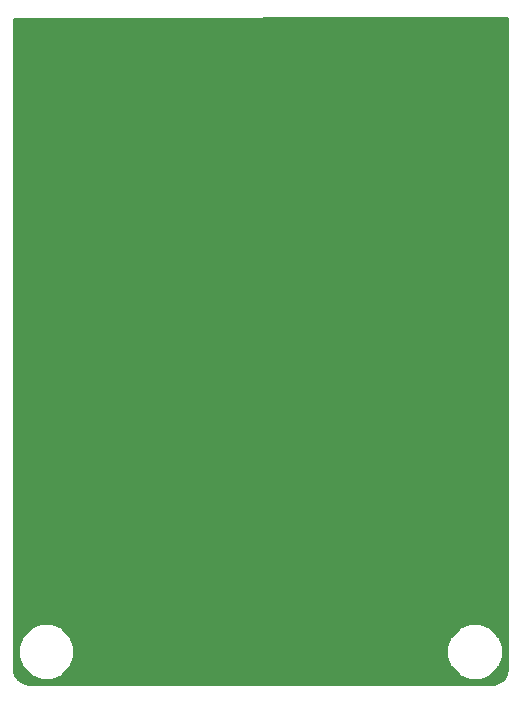
<source format=gbr>
G04 #@! TF.GenerationSoftware,KiCad,Pcbnew,5.0.2-bee76a0~70~ubuntu18.04.1*
G04 #@! TF.CreationDate,2019-01-05T09:40:10+09:00*
G04 #@! TF.ProjectId,bottom_pcb,626f7474-6f6d-45f7-9063-622e6b696361,rev?*
G04 #@! TF.SameCoordinates,Original*
G04 #@! TF.FileFunction,Copper,L2,Bot*
G04 #@! TF.FilePolarity,Positive*
%FSLAX46Y46*%
G04 Gerber Fmt 4.6, Leading zero omitted, Abs format (unit mm)*
G04 Created by KiCad (PCBNEW 5.0.2-bee76a0~70~ubuntu18.04.1) date 2019年01月05日 09時40分10秒*
%MOMM*%
%LPD*%
G01*
G04 APERTURE LIST*
G04 #@! TA.AperFunction,NonConductor*
%ADD10C,0.254000*%
G04 #@! TD*
G04 APERTURE END LIST*
D10*
G36*
X168489960Y-117477787D02*
X168494256Y-117499387D01*
X168456157Y-117765427D01*
X168305621Y-118096512D01*
X168068211Y-118372039D01*
X167763016Y-118569856D01*
X167391043Y-118681100D01*
X167361993Y-118683259D01*
X167297348Y-118670400D01*
X127972572Y-118670400D01*
X127950973Y-118674696D01*
X127684933Y-118636597D01*
X127353848Y-118486061D01*
X127078321Y-118248651D01*
X126880504Y-117943456D01*
X126769260Y-117571483D01*
X126767101Y-117542433D01*
X126779960Y-117477788D01*
X126779960Y-115507991D01*
X127108004Y-115507991D01*
X127113960Y-115966834D01*
X127113960Y-116425806D01*
X127120110Y-116440654D01*
X127120319Y-116456723D01*
X127459689Y-117276036D01*
X127468048Y-117280650D01*
X127477055Y-117302394D01*
X128147966Y-117973305D01*
X128169710Y-117982312D01*
X128174324Y-117990671D01*
X128600553Y-118160773D01*
X129024554Y-118336400D01*
X129040627Y-118336400D01*
X129055551Y-118342356D01*
X129514394Y-118336400D01*
X129973366Y-118336400D01*
X129988214Y-118330250D01*
X130004283Y-118330041D01*
X130823596Y-117990671D01*
X130828210Y-117982312D01*
X130849954Y-117973305D01*
X131520865Y-117302394D01*
X131529872Y-117280650D01*
X131538231Y-117276036D01*
X131708333Y-116849807D01*
X131883960Y-116425806D01*
X131883960Y-116409733D01*
X131889916Y-116394809D01*
X131883960Y-115935966D01*
X131883960Y-115507991D01*
X163380004Y-115507991D01*
X163385960Y-115966834D01*
X163385960Y-116425806D01*
X163392110Y-116440654D01*
X163392319Y-116456723D01*
X163731689Y-117276036D01*
X163740048Y-117280650D01*
X163749055Y-117302394D01*
X164419966Y-117973305D01*
X164441710Y-117982312D01*
X164446324Y-117990671D01*
X164872553Y-118160773D01*
X165296554Y-118336400D01*
X165312627Y-118336400D01*
X165327551Y-118342356D01*
X165786394Y-118336400D01*
X166245366Y-118336400D01*
X166260214Y-118330250D01*
X166276283Y-118330041D01*
X167095596Y-117990671D01*
X167100210Y-117982312D01*
X167121954Y-117973305D01*
X167792865Y-117302394D01*
X167801872Y-117280650D01*
X167810231Y-117276036D01*
X167980333Y-116849807D01*
X168155960Y-116425806D01*
X168155960Y-116409733D01*
X168161916Y-116394809D01*
X168155960Y-115935966D01*
X168155960Y-115476994D01*
X168149810Y-115462146D01*
X168149601Y-115446077D01*
X167810231Y-114626764D01*
X167801872Y-114622150D01*
X167792865Y-114600406D01*
X167121954Y-113929495D01*
X167100210Y-113920488D01*
X167095596Y-113912129D01*
X166669367Y-113742027D01*
X166245366Y-113566400D01*
X166229293Y-113566400D01*
X166214369Y-113560444D01*
X165755526Y-113566400D01*
X165296554Y-113566400D01*
X165281706Y-113572550D01*
X165265637Y-113572759D01*
X164446324Y-113912129D01*
X164441710Y-113920488D01*
X164419966Y-113929495D01*
X163749055Y-114600406D01*
X163740048Y-114622150D01*
X163731689Y-114626764D01*
X163561587Y-115052993D01*
X163385960Y-115476994D01*
X163385960Y-115493067D01*
X163380004Y-115507991D01*
X131883960Y-115507991D01*
X131883960Y-115476994D01*
X131877810Y-115462146D01*
X131877601Y-115446077D01*
X131538231Y-114626764D01*
X131529872Y-114622150D01*
X131520865Y-114600406D01*
X130849954Y-113929495D01*
X130828210Y-113920488D01*
X130823596Y-113912129D01*
X130397367Y-113742027D01*
X129973366Y-113566400D01*
X129957293Y-113566400D01*
X129942369Y-113560444D01*
X129483526Y-113566400D01*
X129024554Y-113566400D01*
X129009706Y-113572550D01*
X128993637Y-113572759D01*
X128174324Y-113912129D01*
X128169710Y-113920488D01*
X128147966Y-113929495D01*
X127477055Y-114600406D01*
X127468048Y-114622150D01*
X127459689Y-114626764D01*
X127289587Y-115052993D01*
X127113960Y-115476994D01*
X127113960Y-115493067D01*
X127108004Y-115507991D01*
X126779960Y-115507991D01*
X126779960Y-62367103D01*
X168489961Y-62313194D01*
X168489960Y-117477787D01*
X168489960Y-117477787D01*
G37*
X168489960Y-117477787D02*
X168494256Y-117499387D01*
X168456157Y-117765427D01*
X168305621Y-118096512D01*
X168068211Y-118372039D01*
X167763016Y-118569856D01*
X167391043Y-118681100D01*
X167361993Y-118683259D01*
X167297348Y-118670400D01*
X127972572Y-118670400D01*
X127950973Y-118674696D01*
X127684933Y-118636597D01*
X127353848Y-118486061D01*
X127078321Y-118248651D01*
X126880504Y-117943456D01*
X126769260Y-117571483D01*
X126767101Y-117542433D01*
X126779960Y-117477788D01*
X126779960Y-115507991D01*
X127108004Y-115507991D01*
X127113960Y-115966834D01*
X127113960Y-116425806D01*
X127120110Y-116440654D01*
X127120319Y-116456723D01*
X127459689Y-117276036D01*
X127468048Y-117280650D01*
X127477055Y-117302394D01*
X128147966Y-117973305D01*
X128169710Y-117982312D01*
X128174324Y-117990671D01*
X128600553Y-118160773D01*
X129024554Y-118336400D01*
X129040627Y-118336400D01*
X129055551Y-118342356D01*
X129514394Y-118336400D01*
X129973366Y-118336400D01*
X129988214Y-118330250D01*
X130004283Y-118330041D01*
X130823596Y-117990671D01*
X130828210Y-117982312D01*
X130849954Y-117973305D01*
X131520865Y-117302394D01*
X131529872Y-117280650D01*
X131538231Y-117276036D01*
X131708333Y-116849807D01*
X131883960Y-116425806D01*
X131883960Y-116409733D01*
X131889916Y-116394809D01*
X131883960Y-115935966D01*
X131883960Y-115507991D01*
X163380004Y-115507991D01*
X163385960Y-115966834D01*
X163385960Y-116425806D01*
X163392110Y-116440654D01*
X163392319Y-116456723D01*
X163731689Y-117276036D01*
X163740048Y-117280650D01*
X163749055Y-117302394D01*
X164419966Y-117973305D01*
X164441710Y-117982312D01*
X164446324Y-117990671D01*
X164872553Y-118160773D01*
X165296554Y-118336400D01*
X165312627Y-118336400D01*
X165327551Y-118342356D01*
X165786394Y-118336400D01*
X166245366Y-118336400D01*
X166260214Y-118330250D01*
X166276283Y-118330041D01*
X167095596Y-117990671D01*
X167100210Y-117982312D01*
X167121954Y-117973305D01*
X167792865Y-117302394D01*
X167801872Y-117280650D01*
X167810231Y-117276036D01*
X167980333Y-116849807D01*
X168155960Y-116425806D01*
X168155960Y-116409733D01*
X168161916Y-116394809D01*
X168155960Y-115935966D01*
X168155960Y-115476994D01*
X168149810Y-115462146D01*
X168149601Y-115446077D01*
X167810231Y-114626764D01*
X167801872Y-114622150D01*
X167792865Y-114600406D01*
X167121954Y-113929495D01*
X167100210Y-113920488D01*
X167095596Y-113912129D01*
X166669367Y-113742027D01*
X166245366Y-113566400D01*
X166229293Y-113566400D01*
X166214369Y-113560444D01*
X165755526Y-113566400D01*
X165296554Y-113566400D01*
X165281706Y-113572550D01*
X165265637Y-113572759D01*
X164446324Y-113912129D01*
X164441710Y-113920488D01*
X164419966Y-113929495D01*
X163749055Y-114600406D01*
X163740048Y-114622150D01*
X163731689Y-114626764D01*
X163561587Y-115052993D01*
X163385960Y-115476994D01*
X163385960Y-115493067D01*
X163380004Y-115507991D01*
X131883960Y-115507991D01*
X131883960Y-115476994D01*
X131877810Y-115462146D01*
X131877601Y-115446077D01*
X131538231Y-114626764D01*
X131529872Y-114622150D01*
X131520865Y-114600406D01*
X130849954Y-113929495D01*
X130828210Y-113920488D01*
X130823596Y-113912129D01*
X130397367Y-113742027D01*
X129973366Y-113566400D01*
X129957293Y-113566400D01*
X129942369Y-113560444D01*
X129483526Y-113566400D01*
X129024554Y-113566400D01*
X129009706Y-113572550D01*
X128993637Y-113572759D01*
X128174324Y-113912129D01*
X128169710Y-113920488D01*
X128147966Y-113929495D01*
X127477055Y-114600406D01*
X127468048Y-114622150D01*
X127459689Y-114626764D01*
X127289587Y-115052993D01*
X127113960Y-115476994D01*
X127113960Y-115493067D01*
X127108004Y-115507991D01*
X126779960Y-115507991D01*
X126779960Y-62367103D01*
X168489961Y-62313194D01*
X168489960Y-117477787D01*
M02*

</source>
